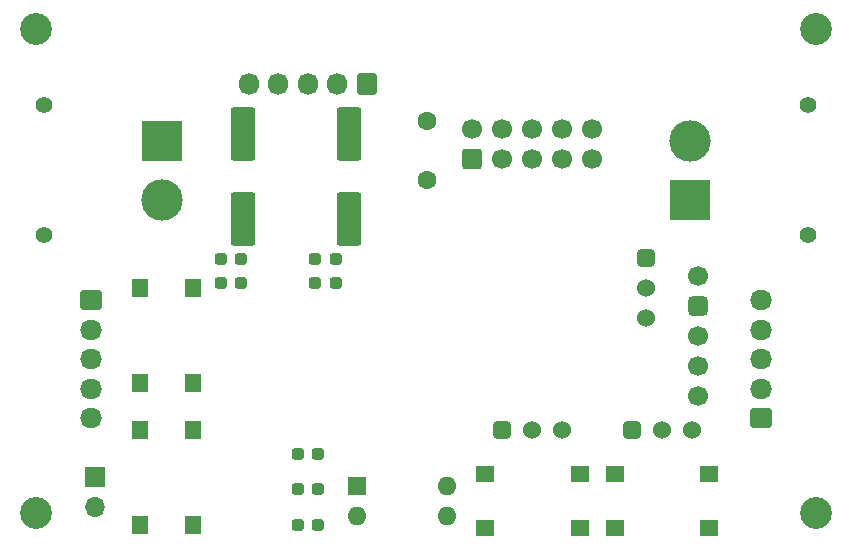
<source format=gbr>
%TF.GenerationSoftware,KiCad,Pcbnew,(6.0.7)*%
%TF.CreationDate,2023-12-12T10:26:36+09:00*%
%TF.ProjectId,Odometry,4f646f6d-6574-4727-992e-6b696361645f,rev?*%
%TF.SameCoordinates,Original*%
%TF.FileFunction,Soldermask,Top*%
%TF.FilePolarity,Negative*%
%FSLAX46Y46*%
G04 Gerber Fmt 4.6, Leading zero omitted, Abs format (unit mm)*
G04 Created by KiCad (PCBNEW (6.0.7)) date 2023-12-12 10:26:36*
%MOMM*%
%LPD*%
G01*
G04 APERTURE LIST*
G04 Aperture macros list*
%AMRoundRect*
0 Rectangle with rounded corners*
0 $1 Rounding radius*
0 $2 $3 $4 $5 $6 $7 $8 $9 X,Y pos of 4 corners*
0 Add a 4 corners polygon primitive as box body*
4,1,4,$2,$3,$4,$5,$6,$7,$8,$9,$2,$3,0*
0 Add four circle primitives for the rounded corners*
1,1,$1+$1,$2,$3*
1,1,$1+$1,$4,$5*
1,1,$1+$1,$6,$7*
1,1,$1+$1,$8,$9*
0 Add four rect primitives between the rounded corners*
20,1,$1+$1,$2,$3,$4,$5,0*
20,1,$1+$1,$4,$5,$6,$7,0*
20,1,$1+$1,$6,$7,$8,$9,0*
20,1,$1+$1,$8,$9,$2,$3,0*%
G04 Aperture macros list end*
%ADD10C,2.700000*%
%ADD11R,1.400000X1.600000*%
%ADD12RoundRect,0.237500X-0.287500X-0.237500X0.287500X-0.237500X0.287500X0.237500X-0.287500X0.237500X0*%
%ADD13RoundRect,0.250001X0.799999X-1.999999X0.799999X1.999999X-0.799999X1.999999X-0.799999X-1.999999X0*%
%ADD14C,1.600000*%
%ADD15RoundRect,0.250000X-0.675000X0.600000X-0.675000X-0.600000X0.675000X-0.600000X0.675000X0.600000X0*%
%ADD16O,1.850000X1.700000*%
%ADD17R,1.700000X1.700000*%
%ADD18O,1.700000X1.700000*%
%ADD19RoundRect,0.381000X-0.381000X-0.381000X0.381000X-0.381000X0.381000X0.381000X-0.381000X0.381000X0*%
%ADD20C,1.524000*%
%ADD21R,1.600000X1.400000*%
%ADD22RoundRect,0.250000X0.675000X-0.600000X0.675000X0.600000X-0.675000X0.600000X-0.675000X-0.600000X0*%
%ADD23RoundRect,0.250001X-0.799999X1.999999X-0.799999X-1.999999X0.799999X-1.999999X0.799999X1.999999X0*%
%ADD24C,1.400000*%
%ADD25R,3.500000X3.500000*%
%ADD26C,3.500000*%
%ADD27C,1.700000*%
%ADD28RoundRect,0.425000X-0.425000X-0.425000X0.425000X-0.425000X0.425000X0.425000X-0.425000X0.425000X0*%
%ADD29RoundRect,0.250000X0.600000X0.675000X-0.600000X0.675000X-0.600000X-0.675000X0.600000X-0.675000X0*%
%ADD30O,1.700000X1.850000*%
%ADD31RoundRect,0.381000X0.381000X-0.381000X0.381000X0.381000X-0.381000X0.381000X-0.381000X-0.381000X0*%
%ADD32RoundRect,0.250000X0.600000X-0.600000X0.600000X0.600000X-0.600000X0.600000X-0.600000X-0.600000X0*%
%ADD33R,1.600000X1.600000*%
%ADD34O,1.600000X1.600000*%
G04 APERTURE END LIST*
D10*
%TO.C,REF\u002A\u002A*%
X17662500Y-58837500D03*
%TD*%
D11*
%TO.C,NRST*%
X30912500Y-51837500D03*
X30912500Y-59837500D03*
X26412500Y-59837500D03*
X26412500Y-51837500D03*
%TD*%
D12*
%TO.C,IND*%
X41287500Y-37337500D03*
X43037500Y-37337500D03*
%TD*%
%TO.C,PA8*%
X39787500Y-56837500D03*
X41537500Y-56837500D03*
%TD*%
D11*
%TO.C,BOOT0*%
X30912500Y-39837500D03*
X30912500Y-47837500D03*
X26412500Y-39837500D03*
X26412500Y-47837500D03*
%TD*%
D13*
%TO.C,C12*%
X35162500Y-33937500D03*
X35162500Y-26737500D03*
%TD*%
D10*
%TO.C,REF\u002A\u002A*%
X83662500Y-17837500D03*
%TD*%
%TO.C,REF\u002A\u002A*%
X17662500Y-17837500D03*
%TD*%
D14*
%TO.C,C13*%
X50717645Y-30635299D03*
X50717645Y-25635299D03*
%TD*%
D15*
%TO.C,J5*%
X22312500Y-40837500D03*
D16*
X22312500Y-43337500D03*
X22312500Y-45837500D03*
X22312500Y-48337500D03*
X22312500Y-50837500D03*
%TD*%
D17*
%TO.C,JP1*%
X22662500Y-55837500D03*
D18*
X22662500Y-58377500D03*
%TD*%
D10*
%TO.C,REF\u002A\u002A*%
X83662500Y-58837500D03*
%TD*%
D19*
%TO.C,U1*%
X69285500Y-37297500D03*
D20*
X69285500Y-39837500D03*
X69285500Y-42377500D03*
%TD*%
D12*
%TO.C,PB1*%
X39787500Y-59837500D03*
X41537500Y-59837500D03*
%TD*%
D21*
%TO.C,PA0*%
X74662500Y-55587500D03*
X66662500Y-55587500D03*
X74662500Y-60087500D03*
X66662500Y-60087500D03*
%TD*%
D12*
%TO.C,VSYS*%
X33287500Y-37337500D03*
X35037500Y-37337500D03*
%TD*%
D21*
%TO.C,PA5*%
X55662500Y-55587500D03*
X63662500Y-55587500D03*
X55662500Y-60087500D03*
X63662500Y-60087500D03*
%TD*%
D12*
%TO.C,VBUS*%
X33287500Y-39337500D03*
X35037500Y-39337500D03*
%TD*%
D22*
%TO.C,J6*%
X79012500Y-50837500D03*
D16*
X79012500Y-48337500D03*
X79012500Y-45837500D03*
X79012500Y-43337500D03*
X79012500Y-40837500D03*
%TD*%
D23*
%TO.C,C6*%
X44162500Y-26737500D03*
X44162500Y-33937500D03*
%TD*%
D24*
%TO.C,J1*%
X18337500Y-35337500D03*
X18337500Y-24337500D03*
D25*
X28337500Y-27337500D03*
D26*
X28337500Y-32337500D03*
%TD*%
D27*
%TO.C,SW5*%
X73662500Y-48917500D03*
X73662500Y-38757500D03*
D28*
X73662500Y-41297500D03*
D27*
X73662500Y-43837500D03*
X73662500Y-46377500D03*
%TD*%
D29*
%TO.C,J4*%
X45662500Y-22487500D03*
D30*
X43162500Y-22487500D03*
X40662500Y-22487500D03*
X38162500Y-22487500D03*
X35662500Y-22487500D03*
%TD*%
D31*
%TO.C,PA1*%
X68122500Y-51837500D03*
D20*
X70662500Y-51837500D03*
X73202500Y-51837500D03*
%TD*%
D12*
%TO.C,PA11*%
X39787500Y-53837500D03*
X41537500Y-53837500D03*
%TD*%
D31*
%TO.C,PA6*%
X57122500Y-51837500D03*
D20*
X59662500Y-51837500D03*
X62202500Y-51837500D03*
%TD*%
D12*
%TO.C,3V3*%
X41287500Y-39337500D03*
X43037500Y-39337500D03*
%TD*%
D32*
%TO.C,J3*%
X54582500Y-28837500D03*
D27*
X54582500Y-26297500D03*
X57122500Y-28837500D03*
X57122500Y-26297500D03*
X59662500Y-28837500D03*
X59662500Y-26297500D03*
X62202500Y-28837500D03*
X62202500Y-26297500D03*
X64742500Y-28837500D03*
X64742500Y-26297500D03*
%TD*%
D24*
%TO.C,J2*%
X82987500Y-35337500D03*
X82987500Y-24337500D03*
D25*
X72987500Y-32337500D03*
D26*
X72987500Y-27337500D03*
%TD*%
D33*
%TO.C,PA7 PB0*%
X44862500Y-56562500D03*
D34*
X44862500Y-59102500D03*
X52482500Y-59102500D03*
X52482500Y-56562500D03*
%TD*%
M02*

</source>
